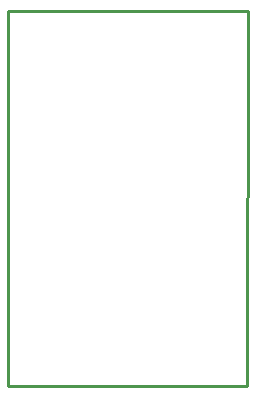
<source format=gbr>
G04 EAGLE Gerber RS-274X export*
G75*
%MOMM*%
%FSLAX34Y34*%
%LPD*%
%IN*%
%IPPOS*%
%AMOC8*
5,1,8,0,0,1.08239X$1,22.5*%
G01*
%ADD10C,0.254000*%


D10*
X0Y0D02*
X203000Y0D01*
X203200Y317500D01*
X0Y317500D01*
X0Y0D01*
M02*

</source>
